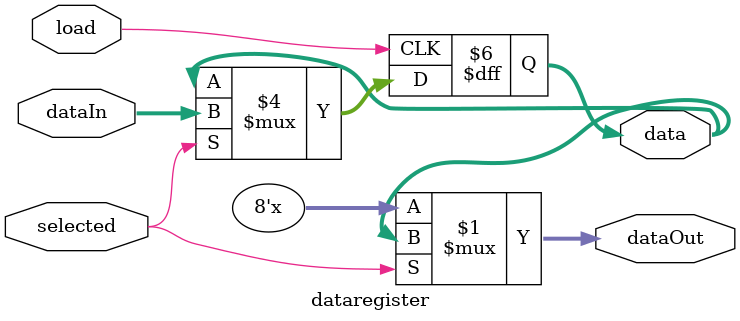
<source format=sv>
`timescale 1ns / 1ps


module dataregister(
    input logic [7:0] dataIn,
    output logic [7:0] dataOut,
    input bit load,
    input bit selected,
    output bit [7:0] data
    );
    
    assign dataOut = selected ? data : 8'bzzzzzzzz;
    
    always @(negedge load) begin
        if (selected)
            data = dataIn;
    end
endmodule

</source>
